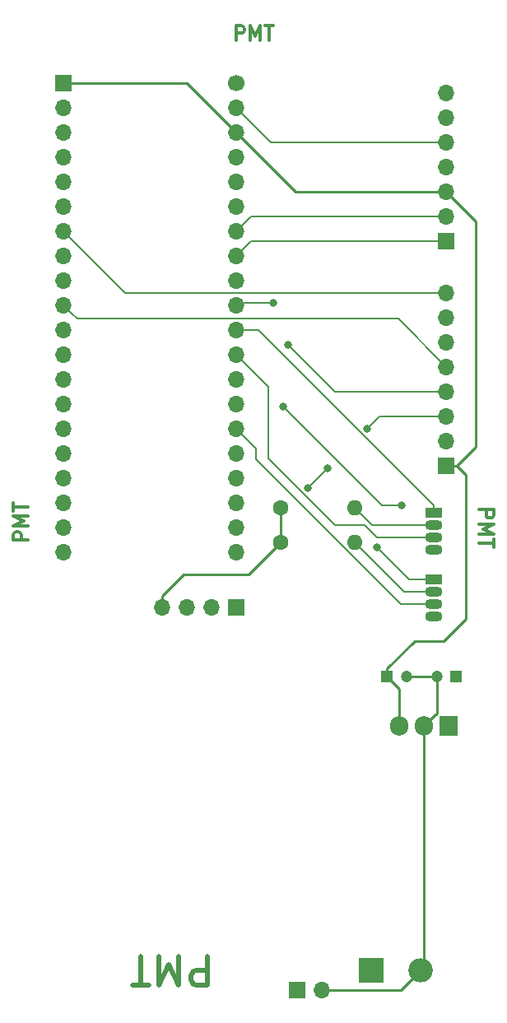
<source format=gtl>
G04 #@! TF.GenerationSoftware,KiCad,Pcbnew,(5.1.5)-3*
G04 #@! TF.CreationDate,2020-03-24T21:31:56-05:00*
G04 #@! TF.ProjectId,PMT_PCB,504d545f-5043-4422-9e6b-696361645f70,rev?*
G04 #@! TF.SameCoordinates,Original*
G04 #@! TF.FileFunction,Copper,L1,Top*
G04 #@! TF.FilePolarity,Positive*
%FSLAX46Y46*%
G04 Gerber Fmt 4.6, Leading zero omitted, Abs format (unit mm)*
G04 Created by KiCad (PCBNEW (5.1.5)-3) date 2020-03-24 21:31:56*
%MOMM*%
%LPD*%
G04 APERTURE LIST*
%ADD10C,0.300000*%
%ADD11C,0.500000*%
%ADD12R,1.700000X1.700000*%
%ADD13O,1.700000X1.700000*%
%ADD14R,1.200000X1.200000*%
%ADD15C,1.200000*%
%ADD16O,1.600000X1.600000*%
%ADD17C,1.600000*%
%ADD18O,1.800000X1.070000*%
%ADD19R,1.800000X1.070000*%
%ADD20O,2.500000X2.500000*%
%ADD21R,2.500000X2.500000*%
%ADD22R,1.905000X2.000000*%
%ADD23O,1.905000X2.000000*%
%ADD24C,1.700000*%
%ADD25C,0.800000*%
%ADD26C,0.250000*%
%ADD27C,0.200000*%
G04 APERTURE END LIST*
D10*
X125392571Y-94023428D02*
X123892571Y-94023428D01*
X123892571Y-93452000D01*
X123964000Y-93309142D01*
X124035428Y-93237714D01*
X124178285Y-93166285D01*
X124392571Y-93166285D01*
X124535428Y-93237714D01*
X124606857Y-93309142D01*
X124678285Y-93452000D01*
X124678285Y-94023428D01*
X125392571Y-92523428D02*
X123892571Y-92523428D01*
X124964000Y-92023428D01*
X123892571Y-91523428D01*
X125392571Y-91523428D01*
X123892571Y-91023428D02*
X123892571Y-90166285D01*
X125392571Y-90594857D02*
X123892571Y-90594857D01*
D11*
X143850857Y-136818857D02*
X143850857Y-139818857D01*
X142708000Y-139818857D01*
X142422285Y-139676000D01*
X142279428Y-139533142D01*
X142136571Y-139247428D01*
X142136571Y-138818857D01*
X142279428Y-138533142D01*
X142422285Y-138390285D01*
X142708000Y-138247428D01*
X143850857Y-138247428D01*
X140850857Y-136818857D02*
X140850857Y-139818857D01*
X139850857Y-137676000D01*
X138850857Y-139818857D01*
X138850857Y-136818857D01*
X137850857Y-139818857D02*
X136136571Y-139818857D01*
X136993714Y-136818857D02*
X136993714Y-139818857D01*
D10*
X171787428Y-90888571D02*
X173287428Y-90888571D01*
X173287428Y-91460000D01*
X173216000Y-91602857D01*
X173144571Y-91674285D01*
X173001714Y-91745714D01*
X172787428Y-91745714D01*
X172644571Y-91674285D01*
X172573142Y-91602857D01*
X172501714Y-91460000D01*
X172501714Y-90888571D01*
X171787428Y-92388571D02*
X173287428Y-92388571D01*
X172216000Y-92888571D01*
X173287428Y-93388571D01*
X171787428Y-93388571D01*
X173287428Y-93888571D02*
X173287428Y-94745714D01*
X171787428Y-94317142D02*
X173287428Y-94317142D01*
X146768571Y-42588571D02*
X146768571Y-41088571D01*
X147340000Y-41088571D01*
X147482857Y-41160000D01*
X147554285Y-41231428D01*
X147625714Y-41374285D01*
X147625714Y-41588571D01*
X147554285Y-41731428D01*
X147482857Y-41802857D01*
X147340000Y-41874285D01*
X146768571Y-41874285D01*
X148268571Y-42588571D02*
X148268571Y-41088571D01*
X148768571Y-42160000D01*
X149268571Y-41088571D01*
X149268571Y-42588571D01*
X149768571Y-41088571D02*
X150625714Y-41088571D01*
X150197142Y-42588571D02*
X150197142Y-41088571D01*
D12*
X146812000Y-100965000D03*
D13*
X144272000Y-100965000D03*
X141732000Y-100965000D03*
X139192000Y-100965000D03*
D12*
X168402000Y-63246000D03*
D13*
X168402000Y-60706000D03*
X168402000Y-58166000D03*
X168402000Y-55626000D03*
X168402000Y-53086000D03*
X168402000Y-50546000D03*
X168402000Y-48006000D03*
D14*
X162306000Y-108077000D03*
D15*
X164306000Y-108077000D03*
D16*
X159004000Y-94234000D03*
D17*
X151384000Y-94234000D03*
D16*
X159004000Y-90678000D03*
D17*
X151384000Y-90678000D03*
D18*
X167132000Y-101854000D03*
X167132000Y-100584000D03*
X167132000Y-99314000D03*
D19*
X167132000Y-98044000D03*
D18*
X167132000Y-94996000D03*
X167132000Y-93726000D03*
X167132000Y-92456000D03*
D19*
X167132000Y-91186000D03*
D20*
X165735000Y-138303000D03*
D21*
X160655000Y-138303000D03*
D13*
X155575000Y-140335000D03*
D12*
X153035000Y-140335000D03*
D22*
X168656000Y-113157000D03*
D23*
X166116000Y-113157000D03*
X163576000Y-113157000D03*
D13*
X168402000Y-68580000D03*
X168402000Y-71120000D03*
X168402000Y-73660000D03*
X168402000Y-76200000D03*
X168402000Y-78740000D03*
X168402000Y-81280000D03*
X168402000Y-83820000D03*
D12*
X168402000Y-86360000D03*
D24*
X146812000Y-46990000D03*
D13*
X146812000Y-69850000D03*
X146812000Y-72390000D03*
X146812000Y-74930000D03*
X146812000Y-57150000D03*
X146812000Y-49530000D03*
X146812000Y-64770000D03*
X146812000Y-67310000D03*
X146812000Y-82550000D03*
X146812000Y-92710000D03*
X146812000Y-54610000D03*
X146812000Y-52070000D03*
X146812000Y-85090000D03*
X146812000Y-95250000D03*
X146812000Y-90170000D03*
X146812000Y-77470000D03*
X146812000Y-59690000D03*
X146812000Y-80010000D03*
X146812000Y-62230000D03*
X146812000Y-87630000D03*
D12*
X129032000Y-46990000D03*
D13*
X129032000Y-69850000D03*
X129032000Y-72390000D03*
X129032000Y-74930000D03*
X129032000Y-57150000D03*
X129032000Y-49530000D03*
X129032000Y-64770000D03*
X129032000Y-67310000D03*
X129032000Y-82550000D03*
X129032000Y-92710000D03*
X129032000Y-54610000D03*
X129032000Y-52070000D03*
X129032000Y-85090000D03*
X129032000Y-95250000D03*
X129032000Y-90170000D03*
X129032000Y-77470000D03*
X129032000Y-59690000D03*
X129032000Y-80010000D03*
X129032000Y-62230000D03*
X129032000Y-87630000D03*
D15*
X167418000Y-108077000D03*
D14*
X169418000Y-108077000D03*
D25*
X154178000Y-88646000D03*
X156210000Y-86614000D03*
X160274000Y-82550000D03*
X152146000Y-73914000D03*
X150622000Y-69596000D03*
X163830000Y-90424000D03*
X151638000Y-80264000D03*
X161290000Y-94742000D03*
D26*
X151384000Y-90678000D02*
X151384000Y-94234000D01*
X164306000Y-108077000D02*
X167418000Y-108077000D01*
X166116000Y-113109500D02*
X166116000Y-113157000D01*
X167318500Y-111907000D02*
X166116000Y-113109500D01*
X167366000Y-111907000D02*
X167318500Y-111907000D01*
X167418000Y-111855000D02*
X167366000Y-111907000D01*
X167418000Y-108077000D02*
X167418000Y-111855000D01*
X166116000Y-137922000D02*
X165735000Y-138303000D01*
X166116000Y-113157000D02*
X166116000Y-137922000D01*
X163703000Y-140335000D02*
X155575000Y-140335000D01*
X165735000Y-138303000D02*
X163703000Y-140335000D01*
D27*
X154178000Y-88646000D02*
X156210000Y-86614000D01*
X161544000Y-81280000D02*
X168402000Y-81280000D01*
X160274000Y-82550000D02*
X161544000Y-81280000D01*
X150368000Y-53086000D02*
X146812000Y-49530000D01*
X168402000Y-53086000D02*
X150368000Y-53086000D01*
D26*
X139192000Y-99762919D02*
X141418919Y-97536000D01*
X139192000Y-100965000D02*
X139192000Y-99762919D01*
X148082000Y-97536000D02*
X151384000Y-94234000D01*
X141418919Y-97536000D02*
X148082000Y-97536000D01*
X163576000Y-109347000D02*
X162306000Y-108077000D01*
X163576000Y-113157000D02*
X163576000Y-109347000D01*
X169502000Y-86360000D02*
X168402000Y-86360000D01*
X170434000Y-87292000D02*
X169502000Y-86360000D01*
X162306000Y-107227000D02*
X165139000Y-104394000D01*
X162306000Y-108077000D02*
X162306000Y-107227000D01*
X168148000Y-104394000D02*
X170434000Y-102108000D01*
X165139000Y-104394000D02*
X168148000Y-104394000D01*
X170434000Y-102108000D02*
X170434000Y-87292000D01*
X169502000Y-86360000D02*
X171450000Y-84412000D01*
X171450000Y-61214000D02*
X168402000Y-58166000D01*
X171450000Y-84412000D02*
X171450000Y-61214000D01*
X152908000Y-58166000D02*
X146812000Y-52070000D01*
X168402000Y-58166000D02*
X152908000Y-58166000D01*
X141732000Y-46990000D02*
X129032000Y-46990000D01*
X146812000Y-52070000D02*
X141732000Y-46990000D01*
D27*
X135382000Y-68580000D02*
X129032000Y-62230000D01*
X168402000Y-68580000D02*
X135382000Y-68580000D01*
X129881999Y-70699999D02*
X129032000Y-69850000D01*
X130421999Y-71239999D02*
X129881999Y-70699999D01*
X163441999Y-71239999D02*
X130421999Y-71239999D01*
X168402000Y-76200000D02*
X163441999Y-71239999D01*
X168402000Y-78740000D02*
X156972000Y-78740000D01*
X156972000Y-78740000D02*
X152146000Y-73914000D01*
X147066000Y-69596000D02*
X146812000Y-69850000D01*
X150622000Y-69596000D02*
X147066000Y-69596000D01*
X148336000Y-63246000D02*
X146812000Y-64770000D01*
X168402000Y-63246000D02*
X148336000Y-63246000D01*
X148336000Y-60706000D02*
X146812000Y-62230000D01*
X168402000Y-60706000D02*
X148336000Y-60706000D01*
X163830000Y-90424000D02*
X161798000Y-90424000D01*
X161798000Y-90424000D02*
X151638000Y-80264000D01*
X150114000Y-78232000D02*
X146812000Y-74930000D01*
X161290000Y-93726000D02*
X160020000Y-92456000D01*
X167132000Y-93726000D02*
X161290000Y-93726000D01*
X160020000Y-92456000D02*
X156972000Y-92456000D01*
X156972000Y-92456000D02*
X150114000Y-85598000D01*
X150114000Y-85598000D02*
X150114000Y-78232000D01*
X149071000Y-72390000D02*
X148014081Y-72390000D01*
X167132000Y-90451000D02*
X149071000Y-72390000D01*
X148014081Y-72390000D02*
X146812000Y-72390000D01*
X167132000Y-91186000D02*
X167132000Y-90451000D01*
X163725998Y-100584000D02*
X148844000Y-85702002D01*
X167132000Y-100584000D02*
X163725998Y-100584000D01*
X148844000Y-84582000D02*
X146812000Y-82550000D01*
X148844000Y-85702002D02*
X148844000Y-84582000D01*
X167132000Y-98044000D02*
X164592000Y-98044000D01*
X164592000Y-98044000D02*
X161290000Y-94742000D01*
X160782000Y-92456000D02*
X159004000Y-90678000D01*
X167132000Y-92456000D02*
X160782000Y-92456000D01*
X164084000Y-99314000D02*
X159004000Y-94234000D01*
X167132000Y-99314000D02*
X164084000Y-99314000D01*
M02*

</source>
